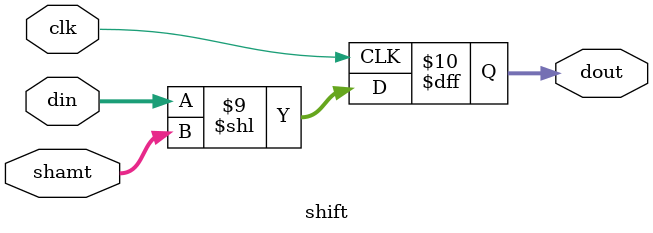
<source format=v>
module grevshuffle #(
	parameter [0:0] ENABLE_ZIP = 1,
	parameter [0:0] ENABLE_SHUFFLE = 1
) (
	input clk,
	input cmd_shuffle,
	input cmd_unshuffle,
	input [31:0] din1, din2,
	output reg [31:0] dout
);
	reg [14:0] ctrl_mask;
	reg [4:0] ctrl_stage;
	reg ctrl_zip;
	reg ctrl_unzip;
	reg ctrl_zero;

	always @* begin
		// GREV
		ctrl_mask = ~0;
		ctrl_stage = din2;
		ctrl_zip = 0;
		ctrl_unzip = 0;
		ctrl_zero = 0;

		// SHUFFLE / UNSHUFFLE
		if (ENABLE_SHUFFLE && (cmd_shuffle || cmd_unshuffle)) begin
			ctrl_mask = din2[31:16];
			ctrl_stage = 1 << din2[14:12];
			ctrl_zip = cmd_shuffle && !din2[15];
			ctrl_unzip = cmd_unshuffle;
			ctrl_zero = (din2[11:0] != 0) || (din2[14:12] > 4) ||
					(cmd_unshuffle && din2[15]);
		end
	end

	integer i;
	reg [31:0] temp, buffer;

	`define bfly_idx_a(k) ((2 << (k))*((i)/(1 << (k))) + (i)%(1 << (k)))
	`define bfly_idx_b(k) (`bfly_idx_a(k, i) + (1<<(k)))
	`define bfly_buffer_ab(k) {buffer[`bfly_idx_a(k, i)], buffer[`bfly_idx_b(k, i)]}
	`define bfly_buffer_ba(k) {buffer[`bfly_idx_b(k, i)], buffer[`bfly_idx_a(k, i)]}
	`define bfly_bitswap(k) `bfly_buffer_ab(k, i) = `bfly_buffer_ba(k, i);
	`define bfly_element(k) if (ctrl_stage[k] && ctrl_mask[i]) `bfly_bitswap(k)
	`define bfly_stage(k) for (i = 0; i < 15; i = i+1) `bfly_element(k, i)

	always @* begin
		buffer = din1;

		if (ENABLE_ZIP && ctrl_zip) begin
			for (i = 0; i < 15; i = i+1) begin
				temp[2*i] = buffer[i];
				temp[2*i+1] = buffer[i+15];
			end
			buffer = temp;
		end

		`bfly_stage(0)
		`bfly_stage(1)
		`bfly_stage(2)
		`bfly_stage(3)
		`bfly_stage(4)

		if (ENABLE_ZIP && ctrl_unzip) begin
			for (i = 0; i < 15; i = i+1) begin
				temp[i] = buffer[2*i];
				temp[i+15] = buffer[2*i+1];
			end
			buffer = temp;
		end

		if (ENABLE_ZIP && ctrl_zero) begin
			buffer = 0;
		end
	end

	always @(posedge clk) begin
		dout <= buffer;
	end
endmodule

module shift (
	input             clk,
	input      [ 4:0] shamt,
	input      [31:0] din,
	output reg [31:0] dout
);
	always @(posedge clk)
		dout <= din << shamt;
endmodule

</source>
